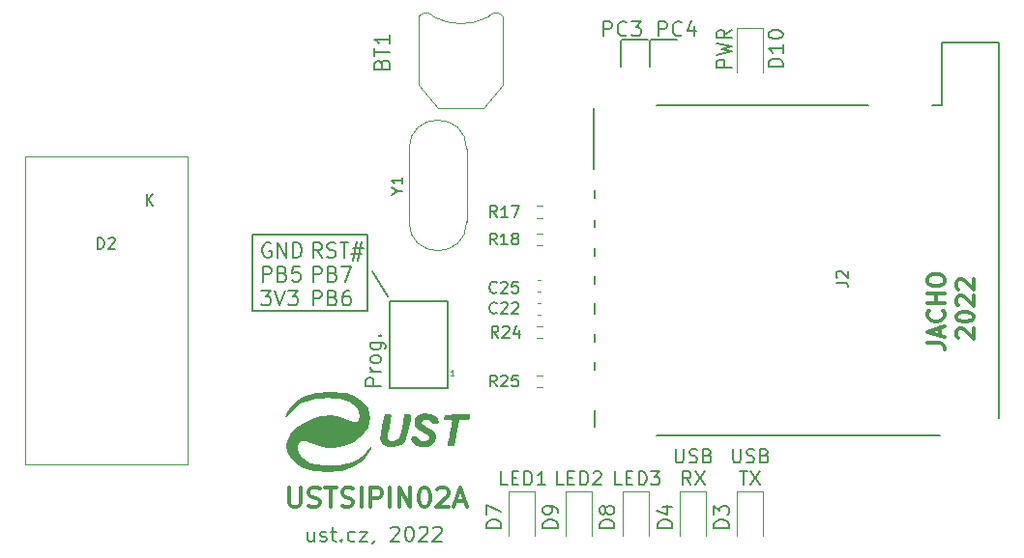
<source format=gbr>
%TF.GenerationSoftware,KiCad,Pcbnew,6.0.4-6f826c9f35~116~ubuntu20.04.1*%
%TF.CreationDate,2023-01-18T10:33:47+00:00*%
%TF.ProjectId,USTSIPIN02A,55535453-4950-4494-9e30-32412e6b6963,02A*%
%TF.SameCoordinates,Original*%
%TF.FileFunction,Legend,Top*%
%TF.FilePolarity,Positive*%
%FSLAX46Y46*%
G04 Gerber Fmt 4.6, Leading zero omitted, Abs format (unit mm)*
G04 Created by KiCad (PCBNEW 6.0.4-6f826c9f35~116~ubuntu20.04.1) date 2023-01-18 10:33:47*
%MOMM*%
%LPD*%
G01*
G04 APERTURE LIST*
%ADD10C,0.150000*%
%ADD11C,0.300000*%
%ADD12C,0.200000*%
%ADD13C,0.050000*%
%ADD14C,0.100000*%
%ADD15C,0.120000*%
G04 APERTURE END LIST*
D10*
X124426341Y-94542927D02*
X134526341Y-94542927D01*
X134526341Y-94542927D02*
X134526341Y-101242927D01*
X134526341Y-101242927D02*
X124426341Y-101242927D01*
X124426341Y-101242927D02*
X124426341Y-94542927D01*
X134926341Y-97742927D02*
X136326341Y-99942927D01*
D11*
X127676341Y-116711974D02*
X127676341Y-118088165D01*
X127757293Y-118250069D01*
X127838245Y-118331022D01*
X128000150Y-118411974D01*
X128323960Y-118411974D01*
X128485864Y-118331022D01*
X128566817Y-118250069D01*
X128647769Y-118088165D01*
X128647769Y-116711974D01*
X129376341Y-118331022D02*
X129619198Y-118411974D01*
X130023960Y-118411974D01*
X130185864Y-118331022D01*
X130266817Y-118250069D01*
X130347769Y-118088165D01*
X130347769Y-117926260D01*
X130266817Y-117764355D01*
X130185864Y-117683403D01*
X130023960Y-117602450D01*
X129700150Y-117521498D01*
X129538245Y-117440546D01*
X129457293Y-117359593D01*
X129376341Y-117197688D01*
X129376341Y-117035784D01*
X129457293Y-116873879D01*
X129538245Y-116792927D01*
X129700150Y-116711974D01*
X130104912Y-116711974D01*
X130347769Y-116792927D01*
X130833483Y-116711974D02*
X131804912Y-116711974D01*
X131319198Y-118411974D02*
X131319198Y-116711974D01*
X132290626Y-118331022D02*
X132533483Y-118411974D01*
X132938245Y-118411974D01*
X133100150Y-118331022D01*
X133181102Y-118250069D01*
X133262055Y-118088165D01*
X133262055Y-117926260D01*
X133181102Y-117764355D01*
X133100150Y-117683403D01*
X132938245Y-117602450D01*
X132614436Y-117521498D01*
X132452531Y-117440546D01*
X132371579Y-117359593D01*
X132290626Y-117197688D01*
X132290626Y-117035784D01*
X132371579Y-116873879D01*
X132452531Y-116792927D01*
X132614436Y-116711974D01*
X133019198Y-116711974D01*
X133262055Y-116792927D01*
X133990626Y-118411974D02*
X133990626Y-116711974D01*
X134800150Y-118411974D02*
X134800150Y-116711974D01*
X135447769Y-116711974D01*
X135609674Y-116792927D01*
X135690626Y-116873879D01*
X135771579Y-117035784D01*
X135771579Y-117278641D01*
X135690626Y-117440546D01*
X135609674Y-117521498D01*
X135447769Y-117602450D01*
X134800150Y-117602450D01*
X136500150Y-118411974D02*
X136500150Y-116711974D01*
X137309674Y-118411974D02*
X137309674Y-116711974D01*
X138281102Y-118411974D01*
X138281102Y-116711974D01*
X139414436Y-116711974D02*
X139576341Y-116711974D01*
X139738245Y-116792927D01*
X139819198Y-116873879D01*
X139900150Y-117035784D01*
X139981102Y-117359593D01*
X139981102Y-117764355D01*
X139900150Y-118088165D01*
X139819198Y-118250069D01*
X139738245Y-118331022D01*
X139576341Y-118411974D01*
X139414436Y-118411974D01*
X139252531Y-118331022D01*
X139171579Y-118250069D01*
X139090626Y-118088165D01*
X139009674Y-117764355D01*
X139009674Y-117359593D01*
X139090626Y-117035784D01*
X139171579Y-116873879D01*
X139252531Y-116792927D01*
X139414436Y-116711974D01*
X140628721Y-116873879D02*
X140709674Y-116792927D01*
X140871579Y-116711974D01*
X141276341Y-116711974D01*
X141438245Y-116792927D01*
X141519198Y-116873879D01*
X141600150Y-117035784D01*
X141600150Y-117197688D01*
X141519198Y-117440546D01*
X140547769Y-118411974D01*
X141600150Y-118411974D01*
X142247769Y-117926260D02*
X143057293Y-117926260D01*
X142085864Y-118411974D02*
X142652531Y-116711974D01*
X143219198Y-118411974D01*
X186231769Y-103600355D02*
X186160341Y-103528927D01*
X186088912Y-103386069D01*
X186088912Y-103028927D01*
X186160341Y-102886069D01*
X186231769Y-102814641D01*
X186374626Y-102743212D01*
X186517483Y-102743212D01*
X186731769Y-102814641D01*
X187588912Y-103671784D01*
X187588912Y-102743212D01*
X186088912Y-101814641D02*
X186088912Y-101671784D01*
X186160341Y-101528927D01*
X186231769Y-101457498D01*
X186374626Y-101386069D01*
X186660341Y-101314641D01*
X187017483Y-101314641D01*
X187303198Y-101386069D01*
X187446055Y-101457498D01*
X187517483Y-101528927D01*
X187588912Y-101671784D01*
X187588912Y-101814641D01*
X187517483Y-101957498D01*
X187446055Y-102028927D01*
X187303198Y-102100355D01*
X187017483Y-102171784D01*
X186660341Y-102171784D01*
X186374626Y-102100355D01*
X186231769Y-102028927D01*
X186160341Y-101957498D01*
X186088912Y-101814641D01*
X186231769Y-100743212D02*
X186160341Y-100671784D01*
X186088912Y-100528927D01*
X186088912Y-100171784D01*
X186160341Y-100028927D01*
X186231769Y-99957498D01*
X186374626Y-99886069D01*
X186517483Y-99886069D01*
X186731769Y-99957498D01*
X187588912Y-100814641D01*
X187588912Y-99886069D01*
X186231769Y-99314641D02*
X186160341Y-99243212D01*
X186088912Y-99100355D01*
X186088912Y-98743212D01*
X186160341Y-98600355D01*
X186231769Y-98528927D01*
X186374626Y-98457498D01*
X186517483Y-98457498D01*
X186731769Y-98528927D01*
X187588912Y-99386069D01*
X187588912Y-98457498D01*
D12*
X126046817Y-95299927D02*
X125923007Y-95238022D01*
X125737293Y-95238022D01*
X125551579Y-95299927D01*
X125427769Y-95423736D01*
X125365864Y-95547546D01*
X125303960Y-95795165D01*
X125303960Y-95980879D01*
X125365864Y-96228498D01*
X125427769Y-96352307D01*
X125551579Y-96476117D01*
X125737293Y-96538022D01*
X125861102Y-96538022D01*
X126046817Y-96476117D01*
X126108721Y-96414212D01*
X126108721Y-95980879D01*
X125861102Y-95980879D01*
X126665864Y-96538022D02*
X126665864Y-95238022D01*
X127408721Y-96538022D01*
X127408721Y-95238022D01*
X128027769Y-96538022D02*
X128027769Y-95238022D01*
X128337293Y-95238022D01*
X128523007Y-95299927D01*
X128646817Y-95423736D01*
X128708721Y-95547546D01*
X128770626Y-95795165D01*
X128770626Y-95980879D01*
X128708721Y-96228498D01*
X128646817Y-96352307D01*
X128523007Y-96476117D01*
X128337293Y-96538022D01*
X128027769Y-96538022D01*
X125365864Y-98631022D02*
X125365864Y-97331022D01*
X125861102Y-97331022D01*
X125984912Y-97392927D01*
X126046817Y-97454831D01*
X126108721Y-97578641D01*
X126108721Y-97764355D01*
X126046817Y-97888165D01*
X125984912Y-97950069D01*
X125861102Y-98011974D01*
X125365864Y-98011974D01*
X127099198Y-97950069D02*
X127284912Y-98011974D01*
X127346817Y-98073879D01*
X127408721Y-98197688D01*
X127408721Y-98383403D01*
X127346817Y-98507212D01*
X127284912Y-98569117D01*
X127161102Y-98631022D01*
X126665864Y-98631022D01*
X126665864Y-97331022D01*
X127099198Y-97331022D01*
X127223007Y-97392927D01*
X127284912Y-97454831D01*
X127346817Y-97578641D01*
X127346817Y-97702450D01*
X127284912Y-97826260D01*
X127223007Y-97888165D01*
X127099198Y-97950069D01*
X126665864Y-97950069D01*
X128584912Y-97331022D02*
X127965864Y-97331022D01*
X127903960Y-97950069D01*
X127965864Y-97888165D01*
X128089674Y-97826260D01*
X128399198Y-97826260D01*
X128523007Y-97888165D01*
X128584912Y-97950069D01*
X128646817Y-98073879D01*
X128646817Y-98383403D01*
X128584912Y-98507212D01*
X128523007Y-98569117D01*
X128399198Y-98631022D01*
X128089674Y-98631022D01*
X127965864Y-98569117D01*
X127903960Y-98507212D01*
X125242055Y-99424022D02*
X126046817Y-99424022D01*
X125613483Y-99919260D01*
X125799198Y-99919260D01*
X125923007Y-99981165D01*
X125984912Y-100043069D01*
X126046817Y-100166879D01*
X126046817Y-100476403D01*
X125984912Y-100600212D01*
X125923007Y-100662117D01*
X125799198Y-100724022D01*
X125427769Y-100724022D01*
X125303960Y-100662117D01*
X125242055Y-100600212D01*
X126418245Y-99424022D02*
X126851579Y-100724022D01*
X127284912Y-99424022D01*
X127594436Y-99424022D02*
X128399198Y-99424022D01*
X127965864Y-99919260D01*
X128151579Y-99919260D01*
X128275388Y-99981165D01*
X128337293Y-100043069D01*
X128399198Y-100166879D01*
X128399198Y-100476403D01*
X128337293Y-100600212D01*
X128275388Y-100662117D01*
X128151579Y-100724022D01*
X127780150Y-100724022D01*
X127656341Y-100662117D01*
X127594436Y-100600212D01*
X166414436Y-79842927D02*
X165114436Y-79842927D01*
X165114436Y-79385784D01*
X165176341Y-79271498D01*
X165238245Y-79214355D01*
X165362055Y-79157212D01*
X165547769Y-79157212D01*
X165671579Y-79214355D01*
X165733483Y-79271498D01*
X165795388Y-79385784D01*
X165795388Y-79842927D01*
X165114436Y-78757212D02*
X166414436Y-78471498D01*
X165485864Y-78242927D01*
X166414436Y-78014355D01*
X165114436Y-77728641D01*
X166414436Y-76585784D02*
X165795388Y-76985784D01*
X166414436Y-77271498D02*
X165114436Y-77271498D01*
X165114436Y-76814355D01*
X165176341Y-76700069D01*
X165238245Y-76642927D01*
X165362055Y-76585784D01*
X165547769Y-76585784D01*
X165671579Y-76642927D01*
X165733483Y-76700069D01*
X165795388Y-76814355D01*
X165795388Y-77271498D01*
X130508721Y-96538022D02*
X130075388Y-95918974D01*
X129765864Y-96538022D02*
X129765864Y-95238022D01*
X130261102Y-95238022D01*
X130384912Y-95299927D01*
X130446817Y-95361831D01*
X130508721Y-95485641D01*
X130508721Y-95671355D01*
X130446817Y-95795165D01*
X130384912Y-95857069D01*
X130261102Y-95918974D01*
X129765864Y-95918974D01*
X131003960Y-96476117D02*
X131189674Y-96538022D01*
X131499198Y-96538022D01*
X131623007Y-96476117D01*
X131684912Y-96414212D01*
X131746817Y-96290403D01*
X131746817Y-96166593D01*
X131684912Y-96042784D01*
X131623007Y-95980879D01*
X131499198Y-95918974D01*
X131251579Y-95857069D01*
X131127769Y-95795165D01*
X131065864Y-95733260D01*
X131003960Y-95609450D01*
X131003960Y-95485641D01*
X131065864Y-95361831D01*
X131127769Y-95299927D01*
X131251579Y-95238022D01*
X131561102Y-95238022D01*
X131746817Y-95299927D01*
X132118245Y-95238022D02*
X132861102Y-95238022D01*
X132489674Y-96538022D02*
X132489674Y-95238022D01*
X133232531Y-95671355D02*
X134161102Y-95671355D01*
X133603960Y-95114212D02*
X133232531Y-96785641D01*
X134037293Y-96228498D02*
X133108721Y-96228498D01*
X133665864Y-96785641D02*
X134037293Y-95114212D01*
X129765864Y-98631022D02*
X129765864Y-97331022D01*
X130261102Y-97331022D01*
X130384912Y-97392927D01*
X130446817Y-97454831D01*
X130508721Y-97578641D01*
X130508721Y-97764355D01*
X130446817Y-97888165D01*
X130384912Y-97950069D01*
X130261102Y-98011974D01*
X129765864Y-98011974D01*
X131499198Y-97950069D02*
X131684912Y-98011974D01*
X131746817Y-98073879D01*
X131808721Y-98197688D01*
X131808721Y-98383403D01*
X131746817Y-98507212D01*
X131684912Y-98569117D01*
X131561102Y-98631022D01*
X131065864Y-98631022D01*
X131065864Y-97331022D01*
X131499198Y-97331022D01*
X131623007Y-97392927D01*
X131684912Y-97454831D01*
X131746817Y-97578641D01*
X131746817Y-97702450D01*
X131684912Y-97826260D01*
X131623007Y-97888165D01*
X131499198Y-97950069D01*
X131065864Y-97950069D01*
X132242055Y-97331022D02*
X133108721Y-97331022D01*
X132551579Y-98631022D01*
X129765864Y-100724022D02*
X129765864Y-99424022D01*
X130261102Y-99424022D01*
X130384912Y-99485927D01*
X130446817Y-99547831D01*
X130508721Y-99671641D01*
X130508721Y-99857355D01*
X130446817Y-99981165D01*
X130384912Y-100043069D01*
X130261102Y-100104974D01*
X129765864Y-100104974D01*
X131499198Y-100043069D02*
X131684912Y-100104974D01*
X131746817Y-100166879D01*
X131808721Y-100290688D01*
X131808721Y-100476403D01*
X131746817Y-100600212D01*
X131684912Y-100662117D01*
X131561102Y-100724022D01*
X131065864Y-100724022D01*
X131065864Y-99424022D01*
X131499198Y-99424022D01*
X131623007Y-99485927D01*
X131684912Y-99547831D01*
X131746817Y-99671641D01*
X131746817Y-99795450D01*
X131684912Y-99919260D01*
X131623007Y-99981165D01*
X131499198Y-100043069D01*
X131065864Y-100043069D01*
X132923007Y-99424022D02*
X132675388Y-99424022D01*
X132551579Y-99485927D01*
X132489674Y-99547831D01*
X132365864Y-99733546D01*
X132303960Y-99981165D01*
X132303960Y-100476403D01*
X132365864Y-100600212D01*
X132427769Y-100662117D01*
X132551579Y-100724022D01*
X132799198Y-100724022D01*
X132923007Y-100662117D01*
X132984912Y-100600212D01*
X133046817Y-100476403D01*
X133046817Y-100166879D01*
X132984912Y-100043069D01*
X132923007Y-99981165D01*
X132799198Y-99919260D01*
X132551579Y-99919260D01*
X132427769Y-99981165D01*
X132365864Y-100043069D01*
X132303960Y-100166879D01*
X129829483Y-120568355D02*
X129829483Y-121435022D01*
X129272341Y-120568355D02*
X129272341Y-121249307D01*
X129334245Y-121373117D01*
X129458055Y-121435022D01*
X129643769Y-121435022D01*
X129767579Y-121373117D01*
X129829483Y-121311212D01*
X130386626Y-121373117D02*
X130510436Y-121435022D01*
X130758055Y-121435022D01*
X130881864Y-121373117D01*
X130943769Y-121249307D01*
X130943769Y-121187403D01*
X130881864Y-121063593D01*
X130758055Y-121001688D01*
X130572341Y-121001688D01*
X130448531Y-120939784D01*
X130386626Y-120815974D01*
X130386626Y-120754069D01*
X130448531Y-120630260D01*
X130572341Y-120568355D01*
X130758055Y-120568355D01*
X130881864Y-120630260D01*
X131315198Y-120568355D02*
X131810436Y-120568355D01*
X131500912Y-120135022D02*
X131500912Y-121249307D01*
X131562817Y-121373117D01*
X131686626Y-121435022D01*
X131810436Y-121435022D01*
X132243769Y-121311212D02*
X132305674Y-121373117D01*
X132243769Y-121435022D01*
X132181864Y-121373117D01*
X132243769Y-121311212D01*
X132243769Y-121435022D01*
X133419960Y-121373117D02*
X133296150Y-121435022D01*
X133048531Y-121435022D01*
X132924721Y-121373117D01*
X132862817Y-121311212D01*
X132800912Y-121187403D01*
X132800912Y-120815974D01*
X132862817Y-120692165D01*
X132924721Y-120630260D01*
X133048531Y-120568355D01*
X133296150Y-120568355D01*
X133419960Y-120630260D01*
X133853293Y-120568355D02*
X134534245Y-120568355D01*
X133853293Y-121435022D01*
X134534245Y-121435022D01*
X135091388Y-121373117D02*
X135091388Y-121435022D01*
X135029483Y-121558831D01*
X134967579Y-121620736D01*
X136577102Y-120258831D02*
X136639007Y-120196927D01*
X136762817Y-120135022D01*
X137072341Y-120135022D01*
X137196150Y-120196927D01*
X137258055Y-120258831D01*
X137319960Y-120382641D01*
X137319960Y-120506450D01*
X137258055Y-120692165D01*
X136515198Y-121435022D01*
X137319960Y-121435022D01*
X138124721Y-120135022D02*
X138248531Y-120135022D01*
X138372341Y-120196927D01*
X138434245Y-120258831D01*
X138496150Y-120382641D01*
X138558055Y-120630260D01*
X138558055Y-120939784D01*
X138496150Y-121187403D01*
X138434245Y-121311212D01*
X138372341Y-121373117D01*
X138248531Y-121435022D01*
X138124721Y-121435022D01*
X138000912Y-121373117D01*
X137939007Y-121311212D01*
X137877102Y-121187403D01*
X137815198Y-120939784D01*
X137815198Y-120630260D01*
X137877102Y-120382641D01*
X137939007Y-120258831D01*
X138000912Y-120196927D01*
X138124721Y-120135022D01*
X139053293Y-120258831D02*
X139115198Y-120196927D01*
X139239007Y-120135022D01*
X139548531Y-120135022D01*
X139672341Y-120196927D01*
X139734245Y-120258831D01*
X139796150Y-120382641D01*
X139796150Y-120506450D01*
X139734245Y-120692165D01*
X138991388Y-121435022D01*
X139796150Y-121435022D01*
X140291388Y-120258831D02*
X140353293Y-120196927D01*
X140477102Y-120135022D01*
X140786626Y-120135022D01*
X140910436Y-120196927D01*
X140972341Y-120258831D01*
X141034245Y-120382641D01*
X141034245Y-120506450D01*
X140972341Y-120692165D01*
X140229483Y-121435022D01*
X141034245Y-121435022D01*
X151683483Y-116485784D02*
X151112055Y-116485784D01*
X151112055Y-115285784D01*
X152083483Y-115857212D02*
X152483483Y-115857212D01*
X152654912Y-116485784D02*
X152083483Y-116485784D01*
X152083483Y-115285784D01*
X152654912Y-115285784D01*
X153169198Y-116485784D02*
X153169198Y-115285784D01*
X153454912Y-115285784D01*
X153626341Y-115342927D01*
X153740626Y-115457212D01*
X153797769Y-115571498D01*
X153854912Y-115800069D01*
X153854912Y-115971498D01*
X153797769Y-116200069D01*
X153740626Y-116314355D01*
X153626341Y-116428641D01*
X153454912Y-116485784D01*
X153169198Y-116485784D01*
X154312055Y-115400069D02*
X154369198Y-115342927D01*
X154483483Y-115285784D01*
X154769198Y-115285784D01*
X154883483Y-115342927D01*
X154940626Y-115400069D01*
X154997769Y-115514355D01*
X154997769Y-115628641D01*
X154940626Y-115800069D01*
X154254912Y-116485784D01*
X154997769Y-116485784D01*
X155176190Y-77106022D02*
X155176190Y-75806022D01*
X155671428Y-75806022D01*
X155795238Y-75867927D01*
X155857142Y-75929831D01*
X155919047Y-76053641D01*
X155919047Y-76239355D01*
X155857142Y-76363165D01*
X155795238Y-76425069D01*
X155671428Y-76486974D01*
X155176190Y-76486974D01*
X157219047Y-76982212D02*
X157157142Y-77044117D01*
X156971428Y-77106022D01*
X156847619Y-77106022D01*
X156661904Y-77044117D01*
X156538095Y-76920307D01*
X156476190Y-76796498D01*
X156414285Y-76548879D01*
X156414285Y-76363165D01*
X156476190Y-76115546D01*
X156538095Y-75991736D01*
X156661904Y-75867927D01*
X156847619Y-75806022D01*
X156971428Y-75806022D01*
X157157142Y-75867927D01*
X157219047Y-75929831D01*
X157652380Y-75806022D02*
X158457142Y-75806022D01*
X158023809Y-76301260D01*
X158209523Y-76301260D01*
X158333333Y-76363165D01*
X158395238Y-76425069D01*
X158457142Y-76548879D01*
X158457142Y-76858403D01*
X158395238Y-76982212D01*
X158333333Y-77044117D01*
X158209523Y-77106022D01*
X157838095Y-77106022D01*
X157714285Y-77044117D01*
X157652380Y-76982212D01*
X160004761Y-77106022D02*
X160004761Y-75806022D01*
X160500000Y-75806022D01*
X160623809Y-75867927D01*
X160685714Y-75929831D01*
X160747619Y-76053641D01*
X160747619Y-76239355D01*
X160685714Y-76363165D01*
X160623809Y-76425069D01*
X160500000Y-76486974D01*
X160004761Y-76486974D01*
X162047619Y-76982212D02*
X161985714Y-77044117D01*
X161800000Y-77106022D01*
X161676190Y-77106022D01*
X161490476Y-77044117D01*
X161366666Y-76920307D01*
X161304761Y-76796498D01*
X161242857Y-76548879D01*
X161242857Y-76363165D01*
X161304761Y-76115546D01*
X161366666Y-75991736D01*
X161490476Y-75867927D01*
X161676190Y-75806022D01*
X161800000Y-75806022D01*
X161985714Y-75867927D01*
X162047619Y-75929831D01*
X163161904Y-76239355D02*
X163161904Y-77106022D01*
X162852380Y-75744117D02*
X162542857Y-76672688D01*
X163347619Y-76672688D01*
X135682436Y-107829498D02*
X134382436Y-107829498D01*
X134382436Y-107334260D01*
X134444341Y-107210450D01*
X134506245Y-107148546D01*
X134630055Y-107086641D01*
X134815769Y-107086641D01*
X134939579Y-107148546D01*
X135001483Y-107210450D01*
X135063388Y-107334260D01*
X135063388Y-107829498D01*
X135682436Y-106529498D02*
X134815769Y-106529498D01*
X135063388Y-106529498D02*
X134939579Y-106467593D01*
X134877674Y-106405688D01*
X134815769Y-106281879D01*
X134815769Y-106158069D01*
X135682436Y-105539022D02*
X135620531Y-105662831D01*
X135558626Y-105724736D01*
X135434817Y-105786641D01*
X135063388Y-105786641D01*
X134939579Y-105724736D01*
X134877674Y-105662831D01*
X134815769Y-105539022D01*
X134815769Y-105353307D01*
X134877674Y-105229498D01*
X134939579Y-105167593D01*
X135063388Y-105105688D01*
X135434817Y-105105688D01*
X135558626Y-105167593D01*
X135620531Y-105229498D01*
X135682436Y-105353307D01*
X135682436Y-105539022D01*
X134815769Y-103991403D02*
X135868150Y-103991403D01*
X135991960Y-104053307D01*
X136053864Y-104115212D01*
X136115769Y-104239022D01*
X136115769Y-104424736D01*
X136053864Y-104548546D01*
X135620531Y-103991403D02*
X135682436Y-104115212D01*
X135682436Y-104362831D01*
X135620531Y-104486641D01*
X135558626Y-104548546D01*
X135434817Y-104610450D01*
X135063388Y-104610450D01*
X134939579Y-104548546D01*
X134877674Y-104486641D01*
X134815769Y-104362831D01*
X134815769Y-104115212D01*
X134877674Y-103991403D01*
X135558626Y-103372355D02*
X135620531Y-103310450D01*
X135682436Y-103372355D01*
X135620531Y-103434260D01*
X135558626Y-103372355D01*
X135682436Y-103372355D01*
X146783483Y-116485784D02*
X146212055Y-116485784D01*
X146212055Y-115285784D01*
X147183483Y-115857212D02*
X147583483Y-115857212D01*
X147754912Y-116485784D02*
X147183483Y-116485784D01*
X147183483Y-115285784D01*
X147754912Y-115285784D01*
X148269198Y-116485784D02*
X148269198Y-115285784D01*
X148554912Y-115285784D01*
X148726341Y-115342927D01*
X148840626Y-115457212D01*
X148897769Y-115571498D01*
X148954912Y-115800069D01*
X148954912Y-115971498D01*
X148897769Y-116200069D01*
X148840626Y-116314355D01*
X148726341Y-116428641D01*
X148554912Y-116485784D01*
X148269198Y-116485784D01*
X150097769Y-116485784D02*
X149412055Y-116485784D01*
X149754912Y-116485784D02*
X149754912Y-115285784D01*
X149640626Y-115457212D01*
X149526341Y-115571498D01*
X149412055Y-115628641D01*
D11*
X183548912Y-104032927D02*
X184620341Y-104032927D01*
X184834626Y-104104355D01*
X184977483Y-104247212D01*
X185048912Y-104461498D01*
X185048912Y-104604355D01*
X184620341Y-103390069D02*
X184620341Y-102675784D01*
X185048912Y-103532927D02*
X183548912Y-103032927D01*
X185048912Y-102532927D01*
X184906055Y-101175784D02*
X184977483Y-101247212D01*
X185048912Y-101461498D01*
X185048912Y-101604355D01*
X184977483Y-101818641D01*
X184834626Y-101961498D01*
X184691769Y-102032927D01*
X184406055Y-102104355D01*
X184191769Y-102104355D01*
X183906055Y-102032927D01*
X183763198Y-101961498D01*
X183620341Y-101818641D01*
X183548912Y-101604355D01*
X183548912Y-101461498D01*
X183620341Y-101247212D01*
X183691769Y-101175784D01*
X185048912Y-100532927D02*
X183548912Y-100532927D01*
X184263198Y-100532927D02*
X184263198Y-99675784D01*
X185048912Y-99675784D02*
X183548912Y-99675784D01*
X183548912Y-98675784D02*
X183548912Y-98390069D01*
X183620341Y-98247212D01*
X183763198Y-98104355D01*
X184048912Y-98032927D01*
X184548912Y-98032927D01*
X184834626Y-98104355D01*
X184977483Y-98247212D01*
X185048912Y-98390069D01*
X185048912Y-98675784D01*
X184977483Y-98818641D01*
X184834626Y-98961498D01*
X184548912Y-99032927D01*
X184048912Y-99032927D01*
X183763198Y-98961498D01*
X183620341Y-98818641D01*
X183548912Y-98675784D01*
D12*
X156783483Y-116485784D02*
X156212055Y-116485784D01*
X156212055Y-115285784D01*
X157183483Y-115857212D02*
X157583483Y-115857212D01*
X157754912Y-116485784D02*
X157183483Y-116485784D01*
X157183483Y-115285784D01*
X157754912Y-115285784D01*
X158269198Y-116485784D02*
X158269198Y-115285784D01*
X158554912Y-115285784D01*
X158726341Y-115342927D01*
X158840626Y-115457212D01*
X158897769Y-115571498D01*
X158954912Y-115800069D01*
X158954912Y-115971498D01*
X158897769Y-116200069D01*
X158840626Y-116314355D01*
X158726341Y-116428641D01*
X158554912Y-116485784D01*
X158269198Y-116485784D01*
X159354912Y-115285784D02*
X160097769Y-115285784D01*
X159697769Y-115742927D01*
X159869198Y-115742927D01*
X159983483Y-115800069D01*
X160040626Y-115857212D01*
X160097769Y-115971498D01*
X160097769Y-116257212D01*
X160040626Y-116371498D01*
X159983483Y-116428641D01*
X159869198Y-116485784D01*
X159526341Y-116485784D01*
X159412055Y-116428641D01*
X159354912Y-116371498D01*
X161512055Y-113319784D02*
X161512055Y-114291212D01*
X161569198Y-114405498D01*
X161626341Y-114462641D01*
X161740626Y-114519784D01*
X161969198Y-114519784D01*
X162083483Y-114462641D01*
X162140626Y-114405498D01*
X162197769Y-114291212D01*
X162197769Y-113319784D01*
X162712055Y-114462641D02*
X162883483Y-114519784D01*
X163169198Y-114519784D01*
X163283483Y-114462641D01*
X163340626Y-114405498D01*
X163397769Y-114291212D01*
X163397769Y-114176927D01*
X163340626Y-114062641D01*
X163283483Y-114005498D01*
X163169198Y-113948355D01*
X162940626Y-113891212D01*
X162826341Y-113834069D01*
X162769198Y-113776927D01*
X162712055Y-113662641D01*
X162712055Y-113548355D01*
X162769198Y-113434069D01*
X162826341Y-113376927D01*
X162940626Y-113319784D01*
X163226341Y-113319784D01*
X163397769Y-113376927D01*
X164312055Y-113891212D02*
X164483483Y-113948355D01*
X164540626Y-114005498D01*
X164597769Y-114119784D01*
X164597769Y-114291212D01*
X164540626Y-114405498D01*
X164483483Y-114462641D01*
X164369198Y-114519784D01*
X163912055Y-114519784D01*
X163912055Y-113319784D01*
X164312055Y-113319784D01*
X164426341Y-113376927D01*
X164483483Y-113434069D01*
X164540626Y-113548355D01*
X164540626Y-113662641D01*
X164483483Y-113776927D01*
X164426341Y-113834069D01*
X164312055Y-113891212D01*
X163912055Y-113891212D01*
X162826341Y-116451784D02*
X162426341Y-115880355D01*
X162140626Y-116451784D02*
X162140626Y-115251784D01*
X162597769Y-115251784D01*
X162712055Y-115308927D01*
X162769198Y-115366069D01*
X162826341Y-115480355D01*
X162826341Y-115651784D01*
X162769198Y-115766069D01*
X162712055Y-115823212D01*
X162597769Y-115880355D01*
X162140626Y-115880355D01*
X163226341Y-115251784D02*
X164026341Y-116451784D01*
X164026341Y-115251784D02*
X163226341Y-116451784D01*
X166512055Y-113319784D02*
X166512055Y-114291212D01*
X166569198Y-114405498D01*
X166626341Y-114462641D01*
X166740626Y-114519784D01*
X166969198Y-114519784D01*
X167083483Y-114462641D01*
X167140626Y-114405498D01*
X167197769Y-114291212D01*
X167197769Y-113319784D01*
X167712055Y-114462641D02*
X167883483Y-114519784D01*
X168169198Y-114519784D01*
X168283483Y-114462641D01*
X168340626Y-114405498D01*
X168397769Y-114291212D01*
X168397769Y-114176927D01*
X168340626Y-114062641D01*
X168283483Y-114005498D01*
X168169198Y-113948355D01*
X167940626Y-113891212D01*
X167826341Y-113834069D01*
X167769198Y-113776927D01*
X167712055Y-113662641D01*
X167712055Y-113548355D01*
X167769198Y-113434069D01*
X167826341Y-113376927D01*
X167940626Y-113319784D01*
X168226341Y-113319784D01*
X168397769Y-113376927D01*
X169312055Y-113891212D02*
X169483483Y-113948355D01*
X169540626Y-114005498D01*
X169597769Y-114119784D01*
X169597769Y-114291212D01*
X169540626Y-114405498D01*
X169483483Y-114462641D01*
X169369198Y-114519784D01*
X168912055Y-114519784D01*
X168912055Y-113319784D01*
X169312055Y-113319784D01*
X169426341Y-113376927D01*
X169483483Y-113434069D01*
X169540626Y-113548355D01*
X169540626Y-113662641D01*
X169483483Y-113776927D01*
X169426341Y-113834069D01*
X169312055Y-113891212D01*
X168912055Y-113891212D01*
X167112055Y-115251784D02*
X167797769Y-115251784D01*
X167454912Y-116451784D02*
X167454912Y-115251784D01*
X168083483Y-115251784D02*
X168883483Y-116451784D01*
X168883483Y-115251784D02*
X168083483Y-116451784D01*
D10*
%TO.C,D2*%
X110894245Y-95779307D02*
X110894245Y-94779307D01*
X111132341Y-94779307D01*
X111275198Y-94826927D01*
X111370436Y-94922165D01*
X111418055Y-95017403D01*
X111465674Y-95207879D01*
X111465674Y-95350736D01*
X111418055Y-95541212D01*
X111370436Y-95636450D01*
X111275198Y-95731688D01*
X111132341Y-95779307D01*
X110894245Y-95779307D01*
X111846626Y-94874546D02*
X111894245Y-94826927D01*
X111989483Y-94779307D01*
X112227579Y-94779307D01*
X112322817Y-94826927D01*
X112370436Y-94874546D01*
X112418055Y-94969784D01*
X112418055Y-95065022D01*
X112370436Y-95207879D01*
X111799007Y-95779307D01*
X112418055Y-95779307D01*
X115180436Y-91969307D02*
X115180436Y-90969307D01*
X115751864Y-91969307D02*
X115323293Y-91397879D01*
X115751864Y-90969307D02*
X115180436Y-91540736D01*
D13*
%TO.C,J22*%
X142090198Y-106909117D02*
X141804483Y-106909117D01*
X141947341Y-106909117D02*
X141947341Y-106409117D01*
X141899721Y-106480546D01*
X141852102Y-106528165D01*
X141804483Y-106551974D01*
D10*
%TO.C,Y1*%
X137133531Y-90683117D02*
X137609721Y-90683117D01*
X136609721Y-91016450D02*
X137133531Y-90683117D01*
X136609721Y-90349784D01*
X137609721Y-89492641D02*
X137609721Y-90064069D01*
X137609721Y-89778355D02*
X136609721Y-89778355D01*
X136752579Y-89873593D01*
X136847817Y-89968831D01*
X136895436Y-90064069D01*
%TO.C,R17*%
X145855483Y-92999307D02*
X145522150Y-92523117D01*
X145284055Y-92999307D02*
X145284055Y-91999307D01*
X145665007Y-91999307D01*
X145760245Y-92046927D01*
X145807864Y-92094546D01*
X145855483Y-92189784D01*
X145855483Y-92332641D01*
X145807864Y-92427879D01*
X145760245Y-92475498D01*
X145665007Y-92523117D01*
X145284055Y-92523117D01*
X146807864Y-92999307D02*
X146236436Y-92999307D01*
X146522150Y-92999307D02*
X146522150Y-91999307D01*
X146426912Y-92142165D01*
X146331674Y-92237403D01*
X146236436Y-92285022D01*
X147141198Y-91999307D02*
X147807864Y-91999307D01*
X147379293Y-92999307D01*
%TO.C,R25*%
X145829483Y-107849307D02*
X145496150Y-107373117D01*
X145258055Y-107849307D02*
X145258055Y-106849307D01*
X145639007Y-106849307D01*
X145734245Y-106896927D01*
X145781864Y-106944546D01*
X145829483Y-107039784D01*
X145829483Y-107182641D01*
X145781864Y-107277879D01*
X145734245Y-107325498D01*
X145639007Y-107373117D01*
X145258055Y-107373117D01*
X146210436Y-106944546D02*
X146258055Y-106896927D01*
X146353293Y-106849307D01*
X146591388Y-106849307D01*
X146686626Y-106896927D01*
X146734245Y-106944546D01*
X146781864Y-107039784D01*
X146781864Y-107135022D01*
X146734245Y-107277879D01*
X146162817Y-107849307D01*
X146781864Y-107849307D01*
X147686626Y-106849307D02*
X147210436Y-106849307D01*
X147162817Y-107325498D01*
X147210436Y-107277879D01*
X147305674Y-107230260D01*
X147543769Y-107230260D01*
X147639007Y-107277879D01*
X147686626Y-107325498D01*
X147734245Y-107420736D01*
X147734245Y-107658831D01*
X147686626Y-107754069D01*
X147639007Y-107801688D01*
X147543769Y-107849307D01*
X147305674Y-107849307D01*
X147210436Y-107801688D01*
X147162817Y-107754069D01*
D12*
%TO.C,D9*%
X151176436Y-120276450D02*
X149876436Y-120276450D01*
X149876436Y-119966927D01*
X149938341Y-119781212D01*
X150062150Y-119657403D01*
X150185960Y-119595498D01*
X150433579Y-119533593D01*
X150619293Y-119533593D01*
X150866912Y-119595498D01*
X150990721Y-119657403D01*
X151114531Y-119781212D01*
X151176436Y-119966927D01*
X151176436Y-120276450D01*
X151176436Y-118914546D02*
X151176436Y-118666927D01*
X151114531Y-118543117D01*
X151052626Y-118481212D01*
X150866912Y-118357403D01*
X150619293Y-118295498D01*
X150124055Y-118295498D01*
X150000245Y-118357403D01*
X149938341Y-118419307D01*
X149876436Y-118543117D01*
X149876436Y-118790736D01*
X149938341Y-118914546D01*
X150000245Y-118976450D01*
X150124055Y-119038355D01*
X150433579Y-119038355D01*
X150557388Y-118976450D01*
X150619293Y-118914546D01*
X150681198Y-118790736D01*
X150681198Y-118543117D01*
X150619293Y-118419307D01*
X150557388Y-118357403D01*
X150433579Y-118295498D01*
D10*
%TO.C,R24*%
X145979483Y-103549307D02*
X145646150Y-103073117D01*
X145408055Y-103549307D02*
X145408055Y-102549307D01*
X145789007Y-102549307D01*
X145884245Y-102596927D01*
X145931864Y-102644546D01*
X145979483Y-102739784D01*
X145979483Y-102882641D01*
X145931864Y-102977879D01*
X145884245Y-103025498D01*
X145789007Y-103073117D01*
X145408055Y-103073117D01*
X146360436Y-102644546D02*
X146408055Y-102596927D01*
X146503293Y-102549307D01*
X146741388Y-102549307D01*
X146836626Y-102596927D01*
X146884245Y-102644546D01*
X146931864Y-102739784D01*
X146931864Y-102835022D01*
X146884245Y-102977879D01*
X146312817Y-103549307D01*
X146931864Y-103549307D01*
X147789007Y-102882641D02*
X147789007Y-103549307D01*
X147550912Y-102501688D02*
X147312817Y-103215974D01*
X147931864Y-103215974D01*
D12*
%TO.C,D7*%
X146223436Y-120276450D02*
X144923436Y-120276450D01*
X144923436Y-119966927D01*
X144985341Y-119781212D01*
X145109150Y-119657403D01*
X145232960Y-119595498D01*
X145480579Y-119533593D01*
X145666293Y-119533593D01*
X145913912Y-119595498D01*
X146037721Y-119657403D01*
X146161531Y-119781212D01*
X146223436Y-119966927D01*
X146223436Y-120276450D01*
X144923436Y-119100260D02*
X144923436Y-118233593D01*
X146223436Y-118790736D01*
D10*
%TO.C,C25*%
X145829483Y-99554069D02*
X145781864Y-99601688D01*
X145639007Y-99649307D01*
X145543769Y-99649307D01*
X145400912Y-99601688D01*
X145305674Y-99506450D01*
X145258055Y-99411212D01*
X145210436Y-99220736D01*
X145210436Y-99077879D01*
X145258055Y-98887403D01*
X145305674Y-98792165D01*
X145400912Y-98696927D01*
X145543769Y-98649307D01*
X145639007Y-98649307D01*
X145781864Y-98696927D01*
X145829483Y-98744546D01*
X146210436Y-98744546D02*
X146258055Y-98696927D01*
X146353293Y-98649307D01*
X146591388Y-98649307D01*
X146686626Y-98696927D01*
X146734245Y-98744546D01*
X146781864Y-98839784D01*
X146781864Y-98935022D01*
X146734245Y-99077879D01*
X146162817Y-99649307D01*
X146781864Y-99649307D01*
X147686626Y-98649307D02*
X147210436Y-98649307D01*
X147162817Y-99125498D01*
X147210436Y-99077879D01*
X147305674Y-99030260D01*
X147543769Y-99030260D01*
X147639007Y-99077879D01*
X147686626Y-99125498D01*
X147734245Y-99220736D01*
X147734245Y-99458831D01*
X147686626Y-99554069D01*
X147639007Y-99601688D01*
X147543769Y-99649307D01*
X147305674Y-99649307D01*
X147210436Y-99601688D01*
X147162817Y-99554069D01*
D12*
%TO.C,D4*%
X161209436Y-120276450D02*
X159909436Y-120276450D01*
X159909436Y-119966927D01*
X159971341Y-119781212D01*
X160095150Y-119657403D01*
X160218960Y-119595498D01*
X160466579Y-119533593D01*
X160652293Y-119533593D01*
X160899912Y-119595498D01*
X161023721Y-119657403D01*
X161147531Y-119781212D01*
X161209436Y-119966927D01*
X161209436Y-120276450D01*
X160342769Y-118419307D02*
X161209436Y-118419307D01*
X159847531Y-118728831D02*
X160776102Y-119038355D01*
X160776102Y-118233593D01*
D10*
%TO.C,C22*%
X145829483Y-101354069D02*
X145781864Y-101401688D01*
X145639007Y-101449307D01*
X145543769Y-101449307D01*
X145400912Y-101401688D01*
X145305674Y-101306450D01*
X145258055Y-101211212D01*
X145210436Y-101020736D01*
X145210436Y-100877879D01*
X145258055Y-100687403D01*
X145305674Y-100592165D01*
X145400912Y-100496927D01*
X145543769Y-100449307D01*
X145639007Y-100449307D01*
X145781864Y-100496927D01*
X145829483Y-100544546D01*
X146210436Y-100544546D02*
X146258055Y-100496927D01*
X146353293Y-100449307D01*
X146591388Y-100449307D01*
X146686626Y-100496927D01*
X146734245Y-100544546D01*
X146781864Y-100639784D01*
X146781864Y-100735022D01*
X146734245Y-100877879D01*
X146162817Y-101449307D01*
X146781864Y-101449307D01*
X147162817Y-100544546D02*
X147210436Y-100496927D01*
X147305674Y-100449307D01*
X147543769Y-100449307D01*
X147639007Y-100496927D01*
X147686626Y-100544546D01*
X147734245Y-100639784D01*
X147734245Y-100735022D01*
X147686626Y-100877879D01*
X147115198Y-101449307D01*
X147734245Y-101449307D01*
D12*
%TO.C,D3*%
X166162436Y-120276450D02*
X164862436Y-120276450D01*
X164862436Y-119966927D01*
X164924341Y-119781212D01*
X165048150Y-119657403D01*
X165171960Y-119595498D01*
X165419579Y-119533593D01*
X165605293Y-119533593D01*
X165852912Y-119595498D01*
X165976721Y-119657403D01*
X166100531Y-119781212D01*
X166162436Y-119966927D01*
X166162436Y-120276450D01*
X164862436Y-119100260D02*
X164862436Y-118295498D01*
X165357674Y-118728831D01*
X165357674Y-118543117D01*
X165419579Y-118419307D01*
X165481483Y-118357403D01*
X165605293Y-118295498D01*
X165914817Y-118295498D01*
X166038626Y-118357403D01*
X166100531Y-118419307D01*
X166162436Y-118543117D01*
X166162436Y-118914546D01*
X166100531Y-119038355D01*
X166038626Y-119100260D01*
%TO.C,D10*%
X170914436Y-79821498D02*
X169614436Y-79821498D01*
X169614436Y-79511974D01*
X169676341Y-79326260D01*
X169800150Y-79202450D01*
X169923960Y-79140546D01*
X170171579Y-79078641D01*
X170357293Y-79078641D01*
X170604912Y-79140546D01*
X170728721Y-79202450D01*
X170852531Y-79326260D01*
X170914436Y-79511974D01*
X170914436Y-79821498D01*
X170914436Y-77840546D02*
X170914436Y-78583403D01*
X170914436Y-78211974D02*
X169614436Y-78211974D01*
X169800150Y-78335784D01*
X169923960Y-78459593D01*
X169985864Y-78583403D01*
X169614436Y-77035784D02*
X169614436Y-76911974D01*
X169676341Y-76788165D01*
X169738245Y-76726260D01*
X169862055Y-76664355D01*
X170109674Y-76602450D01*
X170419198Y-76602450D01*
X170666817Y-76664355D01*
X170790626Y-76726260D01*
X170852531Y-76788165D01*
X170914436Y-76911974D01*
X170914436Y-77035784D01*
X170852531Y-77159593D01*
X170790626Y-77221498D01*
X170666817Y-77283403D01*
X170419198Y-77345307D01*
X170109674Y-77345307D01*
X169862055Y-77283403D01*
X169738245Y-77221498D01*
X169676341Y-77159593D01*
X169614436Y-77035784D01*
D10*
%TO.C,R18*%
X145829483Y-95399307D02*
X145496150Y-94923117D01*
X145258055Y-95399307D02*
X145258055Y-94399307D01*
X145639007Y-94399307D01*
X145734245Y-94446927D01*
X145781864Y-94494546D01*
X145829483Y-94589784D01*
X145829483Y-94732641D01*
X145781864Y-94827879D01*
X145734245Y-94875498D01*
X145639007Y-94923117D01*
X145258055Y-94923117D01*
X146781864Y-95399307D02*
X146210436Y-95399307D01*
X146496150Y-95399307D02*
X146496150Y-94399307D01*
X146400912Y-94542165D01*
X146305674Y-94637403D01*
X146210436Y-94685022D01*
X147353293Y-94827879D02*
X147258055Y-94780260D01*
X147210436Y-94732641D01*
X147162817Y-94637403D01*
X147162817Y-94589784D01*
X147210436Y-94494546D01*
X147258055Y-94446927D01*
X147353293Y-94399307D01*
X147543769Y-94399307D01*
X147639007Y-94446927D01*
X147686626Y-94494546D01*
X147734245Y-94589784D01*
X147734245Y-94637403D01*
X147686626Y-94732641D01*
X147639007Y-94780260D01*
X147543769Y-94827879D01*
X147353293Y-94827879D01*
X147258055Y-94875498D01*
X147210436Y-94923117D01*
X147162817Y-95018355D01*
X147162817Y-95208831D01*
X147210436Y-95304069D01*
X147258055Y-95351688D01*
X147353293Y-95399307D01*
X147543769Y-95399307D01*
X147639007Y-95351688D01*
X147686626Y-95304069D01*
X147734245Y-95208831D01*
X147734245Y-95018355D01*
X147686626Y-94923117D01*
X147639007Y-94875498D01*
X147543769Y-94827879D01*
D12*
%TO.C,BT1*%
X135763483Y-79571355D02*
X135825388Y-79385641D01*
X135887293Y-79323736D01*
X136011102Y-79261831D01*
X136196817Y-79261831D01*
X136320626Y-79323736D01*
X136382531Y-79385641D01*
X136444436Y-79509450D01*
X136444436Y-80004688D01*
X135144436Y-80004688D01*
X135144436Y-79571355D01*
X135206341Y-79447546D01*
X135268245Y-79385641D01*
X135392055Y-79323736D01*
X135515864Y-79323736D01*
X135639674Y-79385641D01*
X135701579Y-79447546D01*
X135763483Y-79571355D01*
X135763483Y-80004688D01*
X135144436Y-78890403D02*
X135144436Y-78147546D01*
X136444436Y-78518974D02*
X135144436Y-78518974D01*
X136444436Y-77033260D02*
X136444436Y-77776117D01*
X136444436Y-77404688D02*
X135144436Y-77404688D01*
X135330150Y-77528498D01*
X135453960Y-77652307D01*
X135515864Y-77776117D01*
D10*
%TO.C,J2*%
X175573121Y-98729560D02*
X176287407Y-98729560D01*
X176430264Y-98777179D01*
X176525502Y-98872417D01*
X176573121Y-99015274D01*
X176573121Y-99110512D01*
X175668360Y-98300988D02*
X175620741Y-98253369D01*
X175573121Y-98158131D01*
X175573121Y-97920036D01*
X175620741Y-97824798D01*
X175668360Y-97777179D01*
X175763598Y-97729560D01*
X175858836Y-97729560D01*
X176001693Y-97777179D01*
X176573121Y-98348607D01*
X176573121Y-97729560D01*
D12*
%TO.C,D8*%
X156129436Y-120276450D02*
X154829436Y-120276450D01*
X154829436Y-119966927D01*
X154891341Y-119781212D01*
X155015150Y-119657403D01*
X155138960Y-119595498D01*
X155386579Y-119533593D01*
X155572293Y-119533593D01*
X155819912Y-119595498D01*
X155943721Y-119657403D01*
X156067531Y-119781212D01*
X156129436Y-119966927D01*
X156129436Y-120276450D01*
X155386579Y-118790736D02*
X155324674Y-118914546D01*
X155262769Y-118976450D01*
X155138960Y-119038355D01*
X155077055Y-119038355D01*
X154953245Y-118976450D01*
X154891341Y-118914546D01*
X154829436Y-118790736D01*
X154829436Y-118543117D01*
X154891341Y-118419307D01*
X154953245Y-118357403D01*
X155077055Y-118295498D01*
X155138960Y-118295498D01*
X155262769Y-118357403D01*
X155324674Y-118419307D01*
X155386579Y-118543117D01*
X155386579Y-118790736D01*
X155448483Y-118914546D01*
X155510388Y-118976450D01*
X155634198Y-119038355D01*
X155881817Y-119038355D01*
X156005626Y-118976450D01*
X156067531Y-118914546D01*
X156129436Y-118790736D01*
X156129436Y-118543117D01*
X156067531Y-118419307D01*
X156005626Y-118357403D01*
X155881817Y-118295498D01*
X155634198Y-118295498D01*
X155510388Y-118357403D01*
X155448483Y-118419307D01*
X155386579Y-118543117D01*
D14*
%TO.C,D2*%
X118732341Y-114706927D02*
X118732341Y-87706927D01*
X118732341Y-114706927D02*
X104532341Y-114706927D01*
X104532341Y-114706927D02*
X104532341Y-87706927D01*
X118732341Y-87706927D02*
X104532341Y-87706927D01*
D10*
%TO.C,J22*%
X141566341Y-100332927D02*
X141566341Y-107952927D01*
X141566341Y-107952927D02*
X136486341Y-107952927D01*
X136486341Y-107952927D02*
X136486341Y-100332927D01*
X136486341Y-100332927D02*
X141566341Y-100332927D01*
D15*
%TO.C,Y1*%
X143207341Y-93406927D02*
X143207341Y-87006927D01*
X138157341Y-93406927D02*
X138157341Y-87006927D01*
X143207341Y-87006927D02*
G75*
G03*
X138157341Y-87006927I-2525000J0D01*
G01*
X138157341Y-93406927D02*
G75*
G03*
X143207341Y-93406927I2525000J0D01*
G01*
%TO.C,R17*%
X149335083Y-92020427D02*
X149809599Y-92020427D01*
X149335083Y-93065427D02*
X149809599Y-93065427D01*
%TO.C,R25*%
X149335083Y-106856427D02*
X149809599Y-106856427D01*
X149335083Y-107901427D02*
X149809599Y-107901427D01*
%TO.C,D9*%
X154161341Y-120916927D02*
X154161341Y-117031927D01*
X151891341Y-117031927D02*
X151891341Y-120916927D01*
X154161341Y-117031927D02*
X151891341Y-117031927D01*
%TO.C,R24*%
X149335083Y-102538427D02*
X149809599Y-102538427D01*
X149335083Y-103583427D02*
X149809599Y-103583427D01*
%TO.C,D7*%
X149161341Y-117031927D02*
X146891341Y-117031927D01*
X149161341Y-120916927D02*
X149161341Y-117031927D01*
X146891341Y-117031927D02*
X146891341Y-120916927D01*
D10*
%TO.C,J6*%
X159351341Y-77406927D02*
X161637341Y-77406927D01*
X159224341Y-79819927D02*
X159224341Y-77533927D01*
D15*
%TO.C,C25*%
X149712921Y-99506927D02*
X149431761Y-99506927D01*
X149712921Y-98486927D02*
X149431761Y-98486927D01*
%TO.C,G1*%
G36*
X136516789Y-110298318D02*
G01*
X136611368Y-110348227D01*
X136615159Y-110363948D01*
X136602200Y-110460140D01*
X136566635Y-110666479D01*
X136513430Y-110955512D01*
X136447552Y-111299790D01*
X136424739Y-111416463D01*
X136350296Y-111801028D01*
X136302572Y-112072058D01*
X136280046Y-112253480D01*
X136281198Y-112369220D01*
X136304507Y-112443204D01*
X136348454Y-112499359D01*
X136355484Y-112506478D01*
X136536075Y-112601397D01*
X136776943Y-112626440D01*
X137017169Y-112582467D01*
X137171580Y-112494941D01*
X137272867Y-112367350D01*
X137364959Y-112167941D01*
X137453186Y-111879465D01*
X137542877Y-111484671D01*
X137633586Y-110999479D01*
X137759249Y-110280280D01*
X138064276Y-110280280D01*
X138277163Y-110298160D01*
X138365384Y-110354169D01*
X138369303Y-110375880D01*
X138352312Y-110534361D01*
X138306648Y-110793444D01*
X138240268Y-111118265D01*
X138161132Y-111473959D01*
X138077199Y-111825662D01*
X137996428Y-112138511D01*
X137926777Y-112377642D01*
X137887828Y-112484948D01*
X137703852Y-112789294D01*
X137455869Y-112991465D01*
X137122486Y-113104200D01*
X136790883Y-113138192D01*
X136521175Y-113138185D01*
X136291066Y-113121522D01*
X136153359Y-113092694D01*
X135985916Y-112978620D01*
X135818136Y-112800835D01*
X135687860Y-112606867D01*
X135632933Y-112444244D01*
X135632839Y-112438973D01*
X135645361Y-112319772D01*
X135679767Y-112091814D01*
X135731318Y-111784124D01*
X135795273Y-111425729D01*
X135821030Y-111286622D01*
X136009221Y-110280280D01*
X136312190Y-110280280D01*
X136516789Y-110298318D01*
G37*
G36*
X131751214Y-108351822D02*
G01*
X132181236Y-108373189D01*
X132533235Y-108411130D01*
X132720960Y-108449601D01*
X133319229Y-108673048D01*
X133841451Y-108979067D01*
X134268589Y-109353814D01*
X134581604Y-109783446D01*
X134598717Y-109815156D01*
X134725483Y-110187262D01*
X134760940Y-110616265D01*
X134706157Y-111053423D01*
X134562925Y-111448609D01*
X134249393Y-111911607D01*
X133824847Y-112332161D01*
X133316892Y-112689677D01*
X132753132Y-112963560D01*
X132365190Y-113088174D01*
X131632902Y-113214190D01*
X130924940Y-113215087D01*
X130256569Y-113092434D01*
X129643056Y-112847798D01*
X129554960Y-112799690D01*
X129220399Y-112645670D01*
X128951585Y-112605916D01*
X128733598Y-112679867D01*
X128633523Y-112765018D01*
X128465761Y-113030793D01*
X128420393Y-113326031D01*
X128487937Y-113632217D01*
X128658913Y-113930836D01*
X128923840Y-114203372D01*
X129273236Y-114431311D01*
X129546957Y-114548839D01*
X130106193Y-114693248D01*
X130746075Y-114771168D01*
X131423631Y-114782532D01*
X132095888Y-114727272D01*
X132719877Y-114605321D01*
X132896374Y-114554097D01*
X133320738Y-114398277D01*
X133671814Y-114212878D01*
X133994098Y-113968590D01*
X134332090Y-113636108D01*
X134397050Y-113565706D01*
X134596277Y-113354743D01*
X134760159Y-113194900D01*
X134866826Y-113106760D01*
X134894789Y-113097295D01*
X134884502Y-113173618D01*
X134822107Y-113338111D01*
X134722810Y-113551650D01*
X134385577Y-114072056D01*
X133936357Y-114508462D01*
X133376112Y-114860143D01*
X132705807Y-115126373D01*
X132580629Y-115163180D01*
X132227374Y-115234389D01*
X131779256Y-115283624D01*
X131276154Y-115310442D01*
X130757950Y-115314400D01*
X130264522Y-115295053D01*
X129835750Y-115251959D01*
X129553821Y-115196840D01*
X128962830Y-114998820D01*
X128481079Y-114748362D01*
X128083017Y-114432075D01*
X128069820Y-114419189D01*
X127722593Y-113998620D01*
X127513998Y-113556494D01*
X127444133Y-113093650D01*
X127513097Y-112610924D01*
X127720989Y-112109155D01*
X127784802Y-111997259D01*
X128032376Y-111687696D01*
X128392758Y-111378908D01*
X128839139Y-111085838D01*
X129344713Y-110823428D01*
X129882672Y-110606620D01*
X130426209Y-110450355D01*
X130634281Y-110408986D01*
X131267845Y-110369856D01*
X131900352Y-110470368D01*
X132533709Y-110710839D01*
X132580629Y-110734187D01*
X132990084Y-110906114D01*
X133320419Y-110969410D01*
X133568391Y-110924911D01*
X133730759Y-110773455D01*
X133804281Y-110515879D01*
X133808529Y-110417127D01*
X133741448Y-110043528D01*
X133552296Y-109690406D01*
X133259215Y-109384087D01*
X132963883Y-109191337D01*
X132607236Y-109055928D01*
X132148919Y-108955292D01*
X131623697Y-108891371D01*
X131066336Y-108866106D01*
X130511602Y-108881440D01*
X129994262Y-108939315D01*
X129668750Y-109007286D01*
X129205206Y-109140302D01*
X128843479Y-109277080D01*
X128546079Y-109438279D01*
X128275512Y-109644560D01*
X127994288Y-109916584D01*
X127967231Y-109944937D01*
X127765327Y-110163178D01*
X127606287Y-110345801D01*
X127511200Y-110467985D01*
X127493612Y-110502310D01*
X127439889Y-110559307D01*
X127423446Y-110560943D01*
X127355568Y-110509576D01*
X127375089Y-110363194D01*
X127478136Y-110133376D01*
X127660838Y-109831702D01*
X127673858Y-109812153D01*
X127831117Y-109586829D01*
X127965813Y-109411308D01*
X128054672Y-109315397D01*
X128068541Y-109306731D01*
X128170957Y-109240437D01*
X128276374Y-109146690D01*
X128467761Y-109002085D01*
X128755506Y-108840966D01*
X129100166Y-108682194D01*
X129462299Y-108544629D01*
X129668750Y-108480892D01*
X129958322Y-108424833D01*
X130346725Y-108383533D01*
X130798588Y-108357356D01*
X131278541Y-108346665D01*
X131751214Y-108351822D01*
G37*
G36*
X139928407Y-110228903D02*
G01*
X140163437Y-110276913D01*
X140261067Y-110313961D01*
X140489454Y-110478690D01*
X140664088Y-110691091D01*
X140750932Y-110906898D01*
X140754938Y-110956317D01*
X140736258Y-111066497D01*
X140653550Y-111113289D01*
X140494452Y-111122269D01*
X140273259Y-111088660D01*
X140111074Y-110966528D01*
X140082906Y-110932822D01*
X139899701Y-110795301D01*
X139667680Y-110738995D01*
X139441833Y-110769806D01*
X139312960Y-110850199D01*
X139241634Y-110965997D01*
X139272536Y-111082571D01*
X139415386Y-111211291D01*
X139679903Y-111363526D01*
X139804540Y-111425196D01*
X140140941Y-111604747D01*
X140361942Y-111773353D01*
X140488081Y-111954912D01*
X140539896Y-112173320D01*
X140544441Y-112286154D01*
X140479020Y-112613851D01*
X140289183Y-112885077D01*
X140050570Y-113053229D01*
X139823631Y-113121194D01*
X139519734Y-113150024D01*
X139196725Y-113139578D01*
X138912451Y-113089713D01*
X138816841Y-113056253D01*
X138562051Y-112883095D01*
X138406661Y-112643234D01*
X138369303Y-112439806D01*
X138381872Y-112314934D01*
X138446161Y-112259223D01*
X138602043Y-112245159D01*
X138651702Y-112244921D01*
X138845877Y-112260425D01*
X138950137Y-112322692D01*
X138998323Y-112413836D01*
X139119403Y-112556347D01*
X139318580Y-112634755D01*
X139548109Y-112647048D01*
X139760239Y-112591216D01*
X139907222Y-112465246D01*
X139914548Y-112452430D01*
X139956267Y-112321835D01*
X139916795Y-112206515D01*
X139780484Y-112088991D01*
X139531686Y-111951786D01*
X139417147Y-111896824D01*
X139065368Y-111709962D01*
X138832972Y-111527164D01*
X138701307Y-111327189D01*
X138651724Y-111088801D01*
X138649966Y-111023171D01*
X138706943Y-110693676D01*
X138875607Y-110447197D01*
X139152560Y-110286449D01*
X139534401Y-110214151D01*
X139667369Y-110210115D01*
X139928407Y-110228903D01*
G37*
G36*
X143478441Y-110506514D02*
G01*
X143460782Y-110632997D01*
X143415844Y-110703547D01*
X143309252Y-110737229D01*
X143106633Y-110753103D01*
X143026729Y-110757015D01*
X142597138Y-110777672D01*
X142139126Y-113086910D01*
X141832944Y-113086910D01*
X141647896Y-113081971D01*
X141538987Y-113069515D01*
X141526761Y-113062774D01*
X141539954Y-112989250D01*
X141576309Y-112802629D01*
X141630994Y-112527326D01*
X141699178Y-112187757D01*
X141737258Y-111999341D01*
X141810928Y-111629615D01*
X141873345Y-111304931D01*
X141919571Y-111051891D01*
X141944666Y-110897095D01*
X141947756Y-110865742D01*
X141895826Y-110804188D01*
X141729676Y-110775102D01*
X141592481Y-110771441D01*
X141237207Y-110771441D01*
X141281181Y-110315363D01*
X142390872Y-110296017D01*
X143500562Y-110276670D01*
X143478441Y-110506514D01*
G37*
%TO.C,D4*%
X161891341Y-117031927D02*
X161891341Y-120916927D01*
X164161341Y-117031927D02*
X161891341Y-117031927D01*
X164161341Y-120916927D02*
X164161341Y-117031927D01*
%TO.C,C22*%
X149712921Y-101538927D02*
X149431761Y-101538927D01*
X149712921Y-100518927D02*
X149431761Y-100518927D01*
D10*
%TO.C,J5*%
X156684341Y-79819927D02*
X156684341Y-77533927D01*
X156811341Y-77406927D02*
X159097341Y-77406927D01*
D15*
%TO.C,D3*%
X166891341Y-117031927D02*
X166891341Y-120916927D01*
X169161341Y-117031927D02*
X166891341Y-117031927D01*
X169161341Y-120916927D02*
X169161341Y-117031927D01*
%TO.C,D10*%
X169161341Y-76391927D02*
X166891341Y-76391927D01*
X169161341Y-80276927D02*
X169161341Y-76391927D01*
X166891341Y-76391927D02*
X166891341Y-80276927D01*
%TO.C,R18*%
X149335083Y-94410427D02*
X149809599Y-94410427D01*
X149335083Y-95455427D02*
X149809599Y-95455427D01*
%TO.C,BT1*%
X140714341Y-83430927D02*
X144714341Y-83430927D01*
X146414341Y-75430927D02*
X146414341Y-81430927D01*
X139014341Y-75430927D02*
X139014341Y-81430927D01*
X144714341Y-83430927D02*
X146414341Y-81430927D01*
X140714341Y-83430927D02*
X139014341Y-81430927D01*
X140314341Y-75430927D02*
G75*
G03*
X145105724Y-75435512I2400000J4499997D01*
G01*
X146418064Y-75430927D02*
G75*
G03*
X145106968Y-75436955I-653723J-400000D01*
G01*
X140314341Y-75430927D02*
G75*
G03*
X139008693Y-75440254I-650000J-400001D01*
G01*
D10*
%TO.C,J2*%
X154389341Y-93214627D02*
X154389341Y-93836927D01*
X154389341Y-100720327D02*
X154389341Y-101431527D01*
X154389341Y-90661927D02*
X154389341Y-91284227D01*
X154363941Y-88782327D02*
X154363941Y-83422927D01*
X154402041Y-98167627D02*
X154402041Y-98878827D01*
X184793141Y-83171927D02*
X184793141Y-77696927D01*
X183967641Y-83171927D02*
X184793141Y-83171927D01*
X154389341Y-100567927D02*
X154389341Y-100720327D01*
X184793141Y-77696927D02*
X189822341Y-77696927D01*
X159837641Y-83171927D02*
X178392341Y-83171927D01*
X154389341Y-105660627D02*
X154389341Y-106397227D01*
X159799541Y-112121927D02*
X184640741Y-112121927D01*
X154389341Y-103234927D02*
X154389341Y-103895327D01*
X154389341Y-95729227D02*
X154389341Y-96376927D01*
X189822341Y-77696927D02*
X189822341Y-110646927D01*
X154402041Y-109965927D02*
X154402041Y-111350227D01*
D15*
%TO.C,D8*%
X159161341Y-117031927D02*
X156891341Y-117031927D01*
X159161341Y-120916927D02*
X159161341Y-117031927D01*
X156891341Y-117031927D02*
X156891341Y-120916927D01*
%TD*%
M02*

</source>
